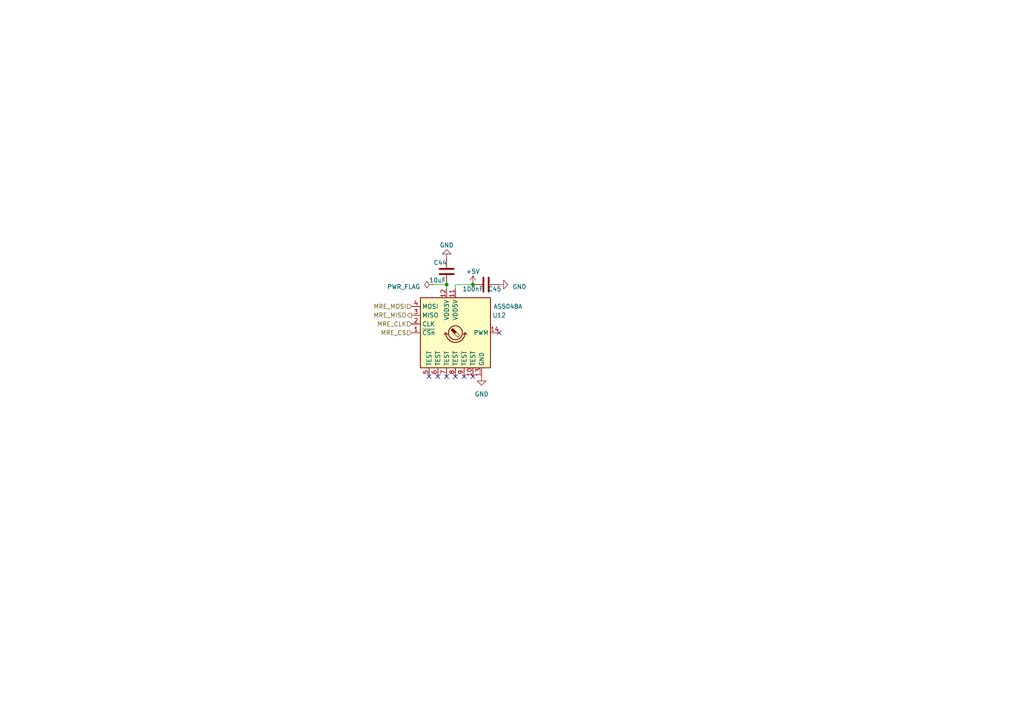
<source format=kicad_sch>
(kicad_sch (version 20230121) (generator eeschema)
  (paper "A4")
  (lib_symbols
    (symbol "Device:C" (pin_numbers hide) (pin_names (offset 0.254))
      (property "Reference" "C" (at 0.635 2.54 0))
      (property "Value" "C" (at 0.635 -2.54 0))
      (symbol "C_0_1"
        (polyline (pts (xy -2.032 -0.762) (xy 2.032 -0.762)) (stroke (width 0.508)))
        (polyline (pts (xy -2.032 0.762) (xy 2.032 0.762)) (stroke (width 0.508)))
      )
      (symbol "C_1_1"
        (pin passive line (at 0 3.81 270) (length 2.794) (name "~") (number "1"))
        (pin passive line (at 0 -3.81 90) (length 2.794) (name "~") (number "2"))
      )
    )
    (symbol "Sensor_Magnetic:AS5048A"
      (property "Reference" "U" (at -10.16 11.43 0))
      (property "Value" "AS5048A" (at 10.16 11.43 0))
      (symbol "AS5048A_0_1"
        (rectangle (start -10.16 10.16) (end 10.16 -10.16) (stroke (width 0.254)) (fill (type background)))
        (arc (start -2.794 0) (mid 0 -2.7819) (end 2.794 0) (stroke (width 0.254)))
        (polyline (pts (xy -2.794 0) (xy -3.302 -0.508)) (stroke (width 0.254)))
        (polyline (pts (xy -2.794 0) (xy -2.286 -0.508)) (stroke (width 0.254)))
        (polyline (pts (xy 2.794 0) (xy 2.286 -0.508)) (stroke (width 0.254)))
        (polyline (pts (xy 2.794 0) (xy 3.302 -0.508)) (stroke (width 0.254)))
      )
      (symbol "AS5048A_1_1"
        (polyline (pts (xy 0.254 0.254) (xy 1.27 -0.762) (xy 0.762 -1.27) (xy -0.254 -0.254)))
        (polyline (pts (xy -0.762 1.27) (xy 0.254 0.254) (xy -0.254 -0.254) (xy -1.27 0.762) (xy -1.016 1.016) (xy -0.762 1.27) (xy -0.635 1.143)) (fill (type outline)))
        (circle (center 0 0) (radius 2.032) (stroke (width 0.254)))
        (pin input line (at -12.7 0 0) (length 2.54) (name "~{CSn}") (number "1"))
        (pin passive line (at 5.08 -12.7 90) (length 2.54) (name "TEST") (number "10"))
        (pin power_in line (at 0 12.7 270) (length 2.54) (name "VDD5V") (number "11"))
        (pin power_in line (at -2.54 12.7 270) (length 2.54) (name "VDD3V") (number "12"))
        (pin power_in line (at 7.62 -12.7 90) (length 2.54) (name "GND") (number "13"))
        (pin output line (at 12.7 0 180) (length 2.54) (name "PWM") (number "14"))
        (pin input line (at -12.7 2.54 0) (length 2.54) (name "CLK") (number "2"))
        (pin output line (at -12.7 5.08 0) (length 2.54) (name "MISO") (number "3"))
        (pin input line (at -12.7 7.62 0) (length 2.54) (name "MOSI") (number "4"))
        (pin passive line (at -7.62 -12.7 90) (length 2.54) (name "TEST") (number "5"))
        (pin passive line (at -5.08 -12.7 90) (length 2.54) (name "TEST") (number "6"))
        (pin passive line (at -2.54 -12.7 90) (length 2.54) (name "TEST") (number "7"))
        (pin passive line (at 0 -12.7 90) (length 2.54) (name "TEST") (number "8"))
        (pin passive line (at 2.54 -12.7 90) (length 2.54) (name "TEST") (number "9"))
      )
    )
    (symbol "power:+5V" (power) (pin_names (offset 0))
      (property "Value" "+5V" (at 0 3.556 0))
      (symbol "+5V_0_1"
        (polyline (pts (xy -0.762 1.27) (xy 0 2.54)))
        (polyline (pts (xy 0 0) (xy 0 2.54)))
        (polyline (pts (xy 0 2.54) (xy 0.762 1.27)))
      )
      (symbol "+5V_1_1"
        (pin power_in line (at 0 0 90) (length 0) hide (name "+5V") (number "1"))
      )
    )
    (symbol "power:GND" (power) (pin_names (offset 0))
      (property "Value" "GND" (at 0 -3.81 0))
      (symbol "GND_0_1"
        (polyline (pts (xy 0 0) (xy 0 -1.27) (xy 1.27 -1.27) (xy 0 -2.54) (xy -1.27 -1.27) (xy 0 -1.27)))
      )
      (symbol "GND_1_1"
        (pin power_in line (at 0 0 270) (length 0) hide (name "GND") (number "1"))
      )
    )
    (symbol "power:PWR_FLAG" (power) (pin_numbers hide) (pin_names (offset 0) hide)
      (property "Value" "PWR_FLAG" (at 0 3.81 0))
      (symbol "PWR_FLAG_0_0"
        (pin power_out line (at 0 0 90) (length 0) (name "pwr") (number "1"))
      )
      (symbol "PWR_FLAG_0_1"
        (polyline (pts (xy 0 0) (xy 0 1.27) (xy -1.016 1.905) (xy 0 2.54) (xy 1.016 1.905) (xy 0 1.27)))
      )
    )
  )
  (junction (at 129.54 82.55))
  (junction (at 137.16 82.55))
  (no_connect (at 132.08 109.22))
  (no_connect (at 134.62 109.22))
  (no_connect (at 137.16 109.22))
  (no_connect (at 129.54 109.22))
  (no_connect (at 124.46 109.22))
  (no_connect (at 127 109.22))
  (no_connect (at 144.78 96.52))
  (wire (pts (xy 132.08 82.55) (xy 137.16 82.55)))
  (wire (pts (xy 132.08 83.82) (xy 132.08 82.55)))
  (wire (pts (xy 125.73 82.55) (xy 129.54 82.55)))
  (wire (pts (xy 129.54 82.55) (xy 129.54 83.82)))
  (hierarchical_label "MRE_MISO" (shape output) (at 119.38 91.44 180))
  (hierarchical_label "MRE_CS" (shape input) (at 119.38 96.52 180))
  (hierarchical_label "MRE_CLK" (shape input) (at 119.38 93.98 180))
  (hierarchical_label "MRE_MOSI" (shape input) (at 119.38 88.9 180))
  (symbol (lib_id "power:GND") (at 139.7 109.22 0) (unit 1)
    (property "Reference" "#PWR075" (effects hide))
    (property "Value" "GND" (at 139.7 114.3 0))
  )
  (symbol (lib_id "Device:C") (at 140.97 82.55 90) (unit 1)
    (property "Reference" "C45" (at 143.51 83.82 90))
    (property "Value" "100nF" (at 137.16 83.82 90))
    (property "Footprint" "Capacitor_SMD:C_0402_1005Metric" (effects hide))
  )
  (symbol (lib_id "power:+5V") (at 137.16 82.55 0) (unit 1)
    (property "Reference" "#PWR074" (effects hide))
    (property "Value" "+5V" (at 137.16 78.74 0))
  )
  (symbol (lib_id "power:PWR_FLAG") (at 125.73 82.55 90) (unit 1)
    (property "Reference" "#FLG03" (effects hide))
    (property "Value" "PWR_FLAG" (at 121.92 83.185 90) (effects (justify left)))
  )
  (symbol (lib_id "Device:C") (at 129.54 78.74 0) (unit 1)
    (property "Reference" "C44" (at 125.73 76.2 0) (effects (justify left)))
    (property "Value" "10uF" (at 124.46 81.28 0) (effects (justify left)))
    (property "Footprint" "Capacitor_SMD:C_1206_3216Metric" (effects hide))
  )
  (symbol (lib_id "power:GND") (at 144.78 82.55 90) (unit 1)
    (property "Reference" "#PWR076" (effects hide))
    (property "Value" "GND" (at 148.59 83.185 90) (effects (justify right)))
  )
  (symbol (lib_id "power:GND") (at 129.54 74.93 180) (unit 1)
    (property "Reference" "#PWR073" (effects hide))
    (property "Value" "GND" (at 129.54 71.12 0))
  )
  (symbol (lib_id "Sensor_Magnetic:AS5048A") (at 132.08 96.52 0) (unit 1)
    (property "Reference" "U12" (at 144.78 91.44 0))
    (property "Value" "AS5048A" (at 147.32 88.9 0))
    (property "Footprint" "Package_SO:TSSOP-14_4.4x5mm_P0.65mm" (effects hide))
    (property "Datasheet" "https://ams.com/documents/20143/36005/AS5048_DS000298_4-00.pdf" (effects hide))
  )
)
</source>
